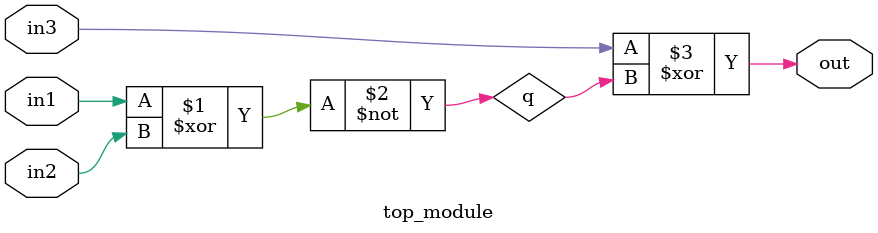
<source format=v>
module top_module (
    input in1,
    input in2,
    input in3,
    output out);
wire q;
    xnor(q,in1,in2);
    xor(out,in3,q);
endmodule

</source>
